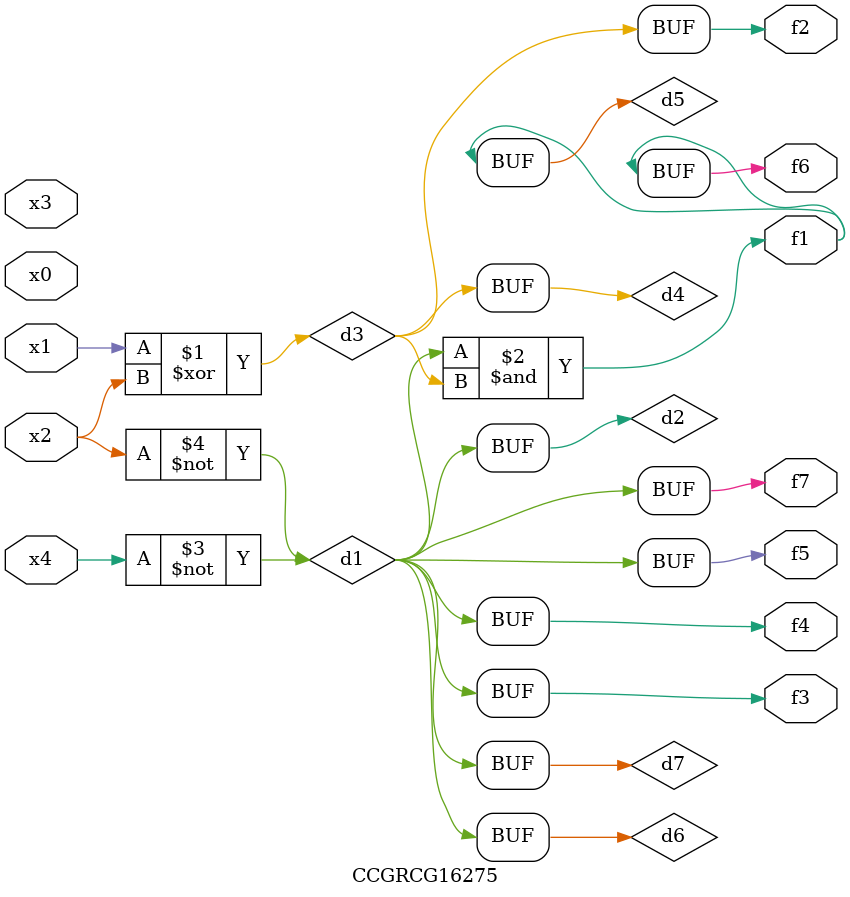
<source format=v>
module CCGRCG16275(
	input x0, x1, x2, x3, x4,
	output f1, f2, f3, f4, f5, f6, f7
);

	wire d1, d2, d3, d4, d5, d6, d7;

	not (d1, x4);
	not (d2, x2);
	xor (d3, x1, x2);
	buf (d4, d3);
	and (d5, d1, d3);
	buf (d6, d1, d2);
	buf (d7, d2);
	assign f1 = d5;
	assign f2 = d4;
	assign f3 = d7;
	assign f4 = d7;
	assign f5 = d7;
	assign f6 = d5;
	assign f7 = d7;
endmodule

</source>
